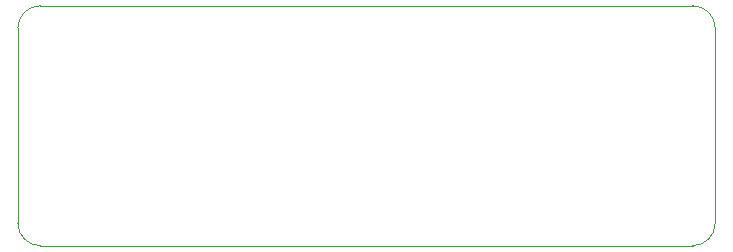
<source format=gbr>
%TF.GenerationSoftware,KiCad,Pcbnew,5.1.6-c6e7f7d~87~ubuntu18.04.1*%
%TF.CreationDate,2020-09-19T20:19:40+02:00*%
%TF.ProjectId,rgbpmod,72676270-6d6f-4642-9e6b-696361645f70,rev?*%
%TF.SameCoordinates,Original*%
%TF.FileFunction,Profile,NP*%
%FSLAX46Y46*%
G04 Gerber Fmt 4.6, Leading zero omitted, Abs format (unit mm)*
G04 Created by KiCad (PCBNEW 5.1.6-c6e7f7d~87~ubuntu18.04.1) date 2020-09-19 20:19:40*
%MOMM*%
%LPD*%
G01*
G04 APERTURE LIST*
%TA.AperFunction,Profile*%
%ADD10C,0.050000*%
%TD*%
G04 APERTURE END LIST*
D10*
X93980000Y-62865000D02*
G75*
G02*
X95885000Y-60960000I1905000J0D01*
G01*
X151130000Y-60960000D02*
G75*
G02*
X153035000Y-62865000I0J-1905000D01*
G01*
X153035000Y-79375000D02*
G75*
G02*
X151130000Y-81280000I-1905000J0D01*
G01*
X95885000Y-81280000D02*
G75*
G02*
X93980000Y-79375000I0J1905000D01*
G01*
X151130000Y-60960000D02*
X95885000Y-60960000D01*
X153035000Y-79375000D02*
X153035000Y-62865000D01*
X95885000Y-81280000D02*
X151130000Y-81280000D01*
X93980000Y-62865000D02*
X93980000Y-79375000D01*
M02*

</source>
